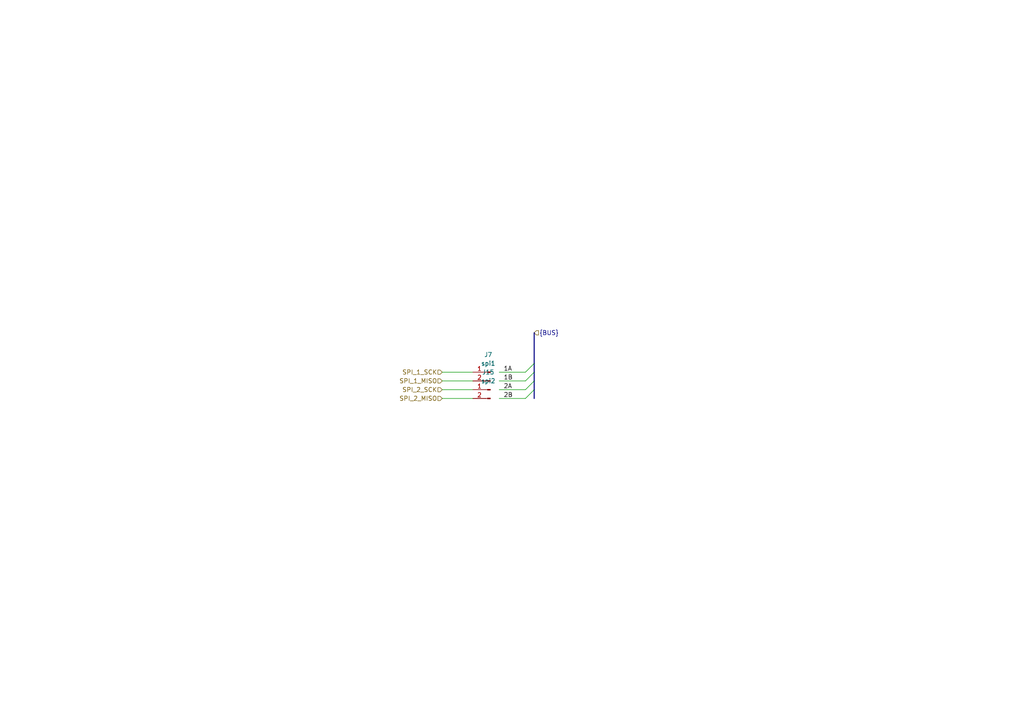
<source format=kicad_sch>
(kicad_sch (version 20231120) (generator "eeschema") (generator_version "8.0")
  (paper "A4")
  (lib_symbols
    (symbol "Connector:Conn_01x02_Pin" (pin_names (offset 1.016) hide)
      (property "Reference" "J" (at 0 2.54 0))
      (property "Value" "Conn_01x02_Pin" (at 0 -5.08 0))
      (symbol "Conn_01x02_Pin_1_1"
        (polyline (pts (xy 1.27 -2.54) (xy 0.8636 -2.54)) (stroke (width 0.1524)))
        (polyline (pts (xy 1.27 0) (xy 0.8636 0)) (stroke (width 0.1524)))
        (rectangle (start 0.8636 -2.413) (end 0 -2.667) (stroke (width 0.1524)) (fill (type outline)))
        (rectangle (start 0.8636 0.127) (end 0 -0.127) (stroke (width 0.1524)) (fill (type outline)))
        (pin passive line (at 5.08 0 180) (length 3.81) (name "Pin_1") (number "1"))
        (pin passive line (at 5.08 -2.54 180) (length 3.81) (name "Pin_2") (number "2"))
      )
    )
  )
  (bus_entry (at 152.4 110.49) (size 2.54 -2.54))
  (bus_entry (at 152.4 107.95) (size 2.54 -2.54))
  (bus_entry (at 152.4 115.57) (size 2.54 -2.54))
  (bus_entry (at 152.4 113.03) (size 2.54 -2.54))
  (bus (pts (xy 154.94 105.41) (xy 154.94 107.95)))
  (wire (pts (xy 128.27 107.95) (xy 137.16 107.95)))
  (wire (pts (xy 144.78 115.57) (xy 152.4 115.57)))
  (wire (pts (xy 128.27 115.57) (xy 137.16 115.57)))
  (wire (pts (xy 144.78 113.03) (xy 152.4 113.03)))
  (bus (pts (xy 154.94 110.49) (xy 154.94 113.03)))
  (wire (pts (xy 144.78 110.49) (xy 152.4 110.49)))
  (wire (pts (xy 128.27 110.49) (xy 137.16 110.49)))
  (bus (pts (xy 154.94 107.95) (xy 154.94 110.49)))
  (bus (pts (xy 154.94 113.03) (xy 154.94 115.57)))
  (wire (pts (xy 144.78 107.95) (xy 152.4 107.95)))
  (wire (pts (xy 128.27 113.03) (xy 137.16 113.03)))
  (bus (pts (xy 154.94 96.52) (xy 154.94 105.41)))
  (label "2B" (at 146.05 115.57 0))
  (label "2A" (at 146.05 113.03 0))
  (label "1B" (at 146.05 110.49 0))
  (label "1A" (at 146.05 107.95 0))
  (hierarchical_label "{BUS}" (shape input) (at 154.94 96.52 0))
  (hierarchical_label "SPI_1_MISO" (shape input) (at 128.27 110.49 180))
  (hierarchical_label "SPI_2_MISO" (shape input) (at 128.27 115.57 180))
  (hierarchical_label "SPI_1_SCK" (shape input) (at 128.27 107.95 180))
  (hierarchical_label "SPI_2_SCK" (shape input) (at 128.27 113.03 180))
  (symbol (lib_id "Connector:Conn_01x02_Pin") (at 142.24 107.95 0) (mirror y) (unit 1)
    (property "Reference" "J7" (at 141.605 102.87 0))
    (property "Value" "spi1" (at 141.605 105.41 0))
    (property "Footprint" "Connector_PinHeader_2.54mm:PinHeader_1x02_P2.54mm_Vertical" (effects (hide yes)))
    (property "Description" "Generic connector, single row, 01x02, script generated" (effects (hide yes)))
  )
  (symbol (lib_id "Connector:Conn_01x02_Pin") (at 142.24 113.03 0) (mirror y) (unit 1)
    (property "Reference" "J15" (at 141.605 107.95 0))
    (property "Value" "spi2" (at 141.605 110.49 0))
    (property "Footprint" "Connector_PinHeader_2.54mm:PinHeader_1x02_P2.54mm_Vertical" (effects (hide yes)))
    (property "Description" "Generic connector, single row, 01x02, script generated" (effects (hide yes)))
  )
)
</source>
